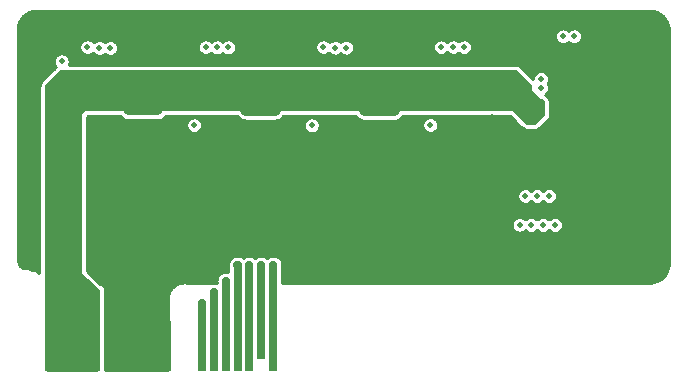
<source format=gbr>
G04 #@! TF.GenerationSoftware,KiCad,Pcbnew,(5.1.8)-1*
G04 #@! TF.CreationDate,2021-09-21T14:18:05+08:00*
G04 #@! TF.ProjectId,PowerSupply,506f7765-7253-4757-9070-6c792e6b6963,rev?*
G04 #@! TF.SameCoordinates,PX5e56640PY77750e0*
G04 #@! TF.FileFunction,Copper,L1,Top*
G04 #@! TF.FilePolarity,Positive*
%FSLAX46Y46*%
G04 Gerber Fmt 4.6, Leading zero omitted, Abs format (unit mm)*
G04 Created by KiCad (PCBNEW (5.1.8)-1) date 2021-09-21 14:18:05*
%MOMM*%
%LPD*%
G01*
G04 APERTURE LIST*
G04 #@! TA.AperFunction,ConnectorPad*
%ADD10R,0.700000X4.300000*%
G04 #@! TD*
G04 #@! TA.AperFunction,ConnectorPad*
%ADD11R,0.700000X3.200000*%
G04 #@! TD*
G04 #@! TA.AperFunction,ViaPad*
%ADD12C,0.500000*%
G04 #@! TD*
G04 #@! TA.AperFunction,Conductor*
%ADD13C,0.700000*%
G04 #@! TD*
G04 #@! TA.AperFunction,Conductor*
%ADD14C,1.000000*%
G04 #@! TD*
G04 #@! TA.AperFunction,Conductor*
%ADD15C,0.254000*%
G04 #@! TD*
G04 #@! TA.AperFunction,Conductor*
%ADD16C,0.100000*%
G04 #@! TD*
G04 APERTURE END LIST*
D10*
G04 #@! TO.P,PCI1,B13*
G04 #@! TO.N,REG_EN1*
X27050000Y5050000D03*
G04 #@! TO.P,PCI1,B12*
G04 #@! TO.N,REG_EN2*
X26050000Y5050000D03*
G04 #@! TO.P,PCI1,B18*
G04 #@! TO.N,BAT_CHG*
X32050000Y5050000D03*
D11*
G04 #@! TO.P,PCI1,B17*
G04 #@! TO.N,BAT_PG*
X31050000Y5600000D03*
D10*
G04 #@! TO.P,PCI1,B16*
G04 #@! TO.N,BAT_ISET*
X30050000Y5050000D03*
G04 #@! TO.P,PCI1,B15*
G04 #@! TO.N,REG_POWER*
X29050000Y5050000D03*
G04 #@! TO.P,PCI1,B14*
G04 #@! TO.N,REG_CHG*
X28050000Y5050000D03*
G04 #@! TO.P,PCI1,B11*
G04 #@! TO.N,GND*
X23050000Y5050000D03*
G04 #@! TO.P,PCI1,B10*
X22050000Y5050000D03*
G04 #@! TO.P,PCI1,B9*
X21050000Y5050000D03*
G04 #@! TO.P,PCI1,B8*
X20050000Y5050000D03*
G04 #@! TO.P,PCI1,B7*
X19050000Y5050000D03*
G04 #@! TO.P,PCI1,B6*
X18050000Y5050000D03*
G04 #@! TO.P,PCI1,B5*
G04 #@! TO.N,+5V*
X17050000Y5050000D03*
G04 #@! TO.P,PCI1,B4*
X16050000Y5050000D03*
G04 #@! TO.P,PCI1,B3*
X15050000Y5050000D03*
G04 #@! TO.P,PCI1,B2*
X14050000Y5050000D03*
G04 #@! TO.P,PCI1,B1*
X13050000Y5050000D03*
G04 #@! TD*
D12*
G04 #@! TO.N,GND*
X57060000Y29060000D03*
X57740000Y27470000D03*
X57065000Y27470000D03*
X56390001Y27480000D03*
X12160000Y33320000D03*
X13160000Y33320000D03*
X14160000Y33320000D03*
X15160000Y33320000D03*
X16160000Y33320000D03*
X17160000Y33320000D03*
X18160000Y33320000D03*
X19160000Y33320000D03*
X20160000Y33320000D03*
X21160000Y33320000D03*
X22160000Y33320000D03*
X23160000Y33320000D03*
X24160000Y33320000D03*
X25160000Y33320000D03*
X26160000Y33320000D03*
X27160000Y33320000D03*
X28160000Y33320000D03*
X29160000Y33320000D03*
X30160000Y33320000D03*
X31160000Y33320000D03*
X32160000Y33320000D03*
X33160000Y33320000D03*
X34160000Y33320000D03*
X35160000Y33320000D03*
X36160000Y33320000D03*
X37160000Y33320000D03*
X38160000Y33320000D03*
X39160000Y33320000D03*
X40160000Y33320000D03*
X41160000Y33320000D03*
X42160000Y33320000D03*
X43160000Y33320000D03*
X44160000Y33320000D03*
X45160000Y33320000D03*
X46160000Y33320000D03*
X47160000Y33320000D03*
X48160000Y33320000D03*
X49160000Y33320000D03*
X50160000Y33320000D03*
X51160000Y33320000D03*
X52160000Y33320000D03*
X53160000Y33320000D03*
X54160000Y33320000D03*
X55160000Y33320000D03*
X56160000Y33320000D03*
X57160000Y33320000D03*
X58160000Y33320000D03*
X59160000Y33320000D03*
X60160000Y33320000D03*
X61160000Y33320000D03*
X12290000Y32130000D03*
X13160000Y32320000D03*
X14160000Y32320000D03*
X15160000Y32320000D03*
X16160000Y32320000D03*
X17160000Y32320000D03*
X18160000Y32320000D03*
X19160000Y32320000D03*
X20160000Y32320000D03*
X21160000Y32320000D03*
X22160000Y32320000D03*
X23160000Y32320000D03*
X24160000Y32320000D03*
X25160000Y32320000D03*
X26160000Y32320000D03*
X27160000Y32320000D03*
X28160000Y32320000D03*
X29160000Y32320000D03*
X30160000Y32320000D03*
X31160000Y32320000D03*
X32160000Y32320000D03*
X33160000Y32320000D03*
X34160000Y32320000D03*
X35160000Y32320000D03*
X36160000Y32320000D03*
X37160000Y32320000D03*
X38160000Y32320000D03*
X39160000Y32320000D03*
X40160000Y32320000D03*
X41160000Y32320000D03*
X42160000Y32320000D03*
X43160000Y32320000D03*
X44160000Y32320000D03*
X45160000Y32320000D03*
X46160000Y32320000D03*
X47160000Y32320000D03*
X48160000Y32320000D03*
X49160000Y32320000D03*
X50160000Y32320000D03*
X51160000Y32320000D03*
X52160000Y32320000D03*
X53160000Y32320000D03*
X54160000Y32320000D03*
X55160000Y32320000D03*
X56160000Y32320000D03*
X57160000Y32320000D03*
X58160000Y32320000D03*
X59160000Y32320000D03*
X60160000Y32320000D03*
X61160000Y32320000D03*
X62160000Y32320000D03*
X62160000Y33320000D03*
X63160000Y32320000D03*
X63160000Y33320000D03*
X63860000Y32050000D03*
X64160000Y33320000D03*
X11300000Y33020000D03*
X10670000Y31600000D03*
X11780000Y31470000D03*
X10690000Y30590000D03*
X11690000Y30590000D03*
X10690000Y28590000D03*
X11690000Y28590000D03*
X10690000Y27590000D03*
X11690000Y27590000D03*
X10690000Y26590000D03*
X11690000Y26590000D03*
X10690000Y25590000D03*
X11690000Y25590000D03*
X10690000Y24590000D03*
X11690000Y24590000D03*
X10690000Y23590000D03*
X11690000Y23590000D03*
X10690000Y22590000D03*
X11690000Y22590000D03*
X10690000Y21590000D03*
X11690000Y21590000D03*
X10690000Y20590000D03*
X11690000Y20590000D03*
X10690000Y19590000D03*
X11690000Y19590000D03*
X10690000Y18590000D03*
X11690000Y18590000D03*
X10690000Y17590000D03*
X11690000Y17590000D03*
X10690000Y16590000D03*
X11690000Y16590000D03*
X10690000Y15590000D03*
X11690000Y15590000D03*
X10690000Y14590000D03*
X11690000Y14590000D03*
X10690000Y13590000D03*
X11690000Y13590000D03*
X10690000Y12590000D03*
X11690000Y12590000D03*
X11690000Y11590000D03*
X41690000Y11590000D03*
X42690000Y11590000D03*
X43690000Y11590000D03*
X44690000Y11590000D03*
X45690000Y11590000D03*
X46690000Y11590000D03*
X47690000Y11590000D03*
X48690000Y11590000D03*
X49690000Y11590000D03*
X50690000Y11590000D03*
X51690000Y11590000D03*
X52690000Y11590000D03*
X53690000Y11590000D03*
X54690000Y11590000D03*
X55690000Y11590000D03*
X56690000Y11590000D03*
X57690000Y11590000D03*
X58690000Y11590000D03*
X59690000Y11590000D03*
X60690000Y11590000D03*
X61690000Y11590000D03*
X62690000Y11590000D03*
X63600000Y11860000D03*
X33690000Y10590000D03*
X34690000Y10590000D03*
X35690000Y10590000D03*
X36690000Y10590000D03*
X37690000Y10590000D03*
X38690000Y10590000D03*
X39690000Y10590000D03*
X40690000Y10590000D03*
X41690000Y10590000D03*
X42690000Y10590000D03*
X43690000Y10590000D03*
X44690000Y10590000D03*
X45690000Y10590000D03*
X46690000Y10590000D03*
X47690000Y10590000D03*
X48690000Y10590000D03*
X49690000Y10590000D03*
X50690000Y10590000D03*
X51690000Y10590000D03*
X52690000Y10590000D03*
X53690000Y10590000D03*
X54690000Y10590000D03*
X55690000Y10590000D03*
X56690000Y10590000D03*
X57690000Y10590000D03*
X58690000Y10590000D03*
X59690000Y10590000D03*
X60690000Y10590000D03*
X61690000Y10590000D03*
X62690000Y10590000D03*
X63690000Y10590000D03*
X64870000Y32980000D03*
X64290000Y31450000D03*
X65380000Y31520000D03*
X64390000Y30490000D03*
X65380000Y30500000D03*
X64390000Y28490000D03*
X65390000Y28490000D03*
X64390000Y27490000D03*
X65390000Y27490000D03*
X64390000Y26490000D03*
X65390000Y26490000D03*
X64390000Y25490000D03*
X65390000Y25490000D03*
X64390000Y24490000D03*
X65390000Y24490000D03*
X64390000Y23490000D03*
X65390000Y23490000D03*
X64390000Y22490000D03*
X65390000Y22490000D03*
X64390000Y21490000D03*
X65390000Y21490000D03*
X64390000Y20490000D03*
X65390000Y20490000D03*
X64390000Y19490000D03*
X65390000Y19490000D03*
X64390000Y18490000D03*
X65390000Y18490000D03*
X64390000Y17490000D03*
X65390000Y17490000D03*
X64390000Y16490000D03*
X65390000Y16490000D03*
X64390000Y15490000D03*
X65390000Y15490000D03*
X64390000Y14490000D03*
X65390000Y14490000D03*
X64390000Y13490000D03*
X65390000Y13490000D03*
X64210000Y12480000D03*
X65390000Y12550000D03*
X65320000Y11760000D03*
X64440000Y10700000D03*
X57075000Y26693334D03*
X57750000Y26693334D03*
X56400000Y26703334D03*
X57065000Y25916668D03*
X56390001Y25926668D03*
X57740000Y25916668D03*
X56390000Y25150000D03*
X57065000Y25140000D03*
X57740000Y25140000D03*
X57019999Y18505001D03*
X57570000Y18505000D03*
X56470000Y18505001D03*
X57029999Y17805001D03*
X56480000Y17805001D03*
X57580000Y17805000D03*
X11690000Y29590000D03*
X10690000Y29590000D03*
X65390000Y29490000D03*
X64390000Y29490000D03*
X57429999Y14305001D03*
X57970000Y15005000D03*
X56870000Y15005001D03*
X56880000Y14305001D03*
X57980000Y14305000D03*
X57419999Y15005001D03*
X57970000Y13605000D03*
X57419999Y13605001D03*
X56880000Y12905001D03*
X57980000Y12905000D03*
X56870000Y13605001D03*
X57429999Y12905001D03*
X58680000Y12905001D03*
X59219999Y13605001D03*
X59770000Y13605000D03*
X59780000Y12905000D03*
X58670000Y13605001D03*
X59229999Y12905001D03*
X59219999Y15005001D03*
X59780000Y14305000D03*
X59229999Y14305001D03*
X58670000Y15005001D03*
X59770000Y15005000D03*
X58680000Y14305001D03*
X21660000Y32820000D03*
X36660000Y32820000D03*
X52660000Y32820000D03*
X53660000Y32820000D03*
X54660000Y32820000D03*
X59660000Y32820000D03*
X43660000Y32820000D03*
X44660000Y32820000D03*
X48660000Y32820000D03*
X19660000Y32820000D03*
X51660000Y32820000D03*
X28660000Y32820000D03*
X56660000Y32820000D03*
X22660000Y32820000D03*
X37660000Y32820000D03*
X27660000Y32820000D03*
X55660000Y32820000D03*
X39660000Y32820000D03*
X46660000Y32820000D03*
X50660000Y32820000D03*
X31660000Y32820000D03*
X20660000Y32820000D03*
X23660000Y32820000D03*
X34660000Y32820000D03*
X32660000Y32820000D03*
X29660000Y32820000D03*
X57660000Y32820000D03*
X61660000Y32820000D03*
X45660000Y32820000D03*
X49660000Y32820000D03*
X41660000Y32820000D03*
X18660000Y32820000D03*
X60660000Y32820000D03*
X30660000Y32820000D03*
X42660000Y32820000D03*
X24660000Y32820000D03*
X58660000Y32820000D03*
X40660000Y32820000D03*
X33660000Y32820000D03*
X25660000Y32820000D03*
X35660000Y32820000D03*
X26660000Y32820000D03*
X38660000Y32820000D03*
X47660000Y32820000D03*
X62660000Y32820000D03*
X63660000Y32820000D03*
X64370000Y32530000D03*
X12590000Y32770000D03*
X13660000Y32820000D03*
X14660000Y32820000D03*
X15660000Y32820000D03*
X16660000Y32820000D03*
X17660000Y32820000D03*
X64770000Y31920000D03*
X64890000Y31060000D03*
X64900000Y29990000D03*
X64890000Y17980000D03*
X64890000Y13980000D03*
X64100000Y11360000D03*
X64890000Y27980000D03*
X64890000Y21980000D03*
X64890000Y25980000D03*
X64890000Y20980000D03*
X64890000Y15980000D03*
X64820000Y12910000D03*
X64890000Y14980000D03*
X64890000Y24980000D03*
X64890000Y23980000D03*
X64890000Y19980000D03*
X64890000Y16980000D03*
X64890000Y22980000D03*
X64890000Y18980000D03*
X64890000Y26980000D03*
X64890000Y28980000D03*
X10850000Y32400000D03*
X11190000Y27110000D03*
X11190000Y20110000D03*
X11190000Y29110000D03*
X11190000Y19110000D03*
X11190000Y31110000D03*
X11190000Y28110000D03*
X11190000Y26110000D03*
X11190000Y24110000D03*
X11190000Y23110000D03*
X11190000Y22110000D03*
X11190000Y21110000D03*
X11190000Y25110000D03*
X11190000Y15110000D03*
X11190000Y13110000D03*
X11190000Y14110000D03*
X11190000Y17110000D03*
X11190000Y18110000D03*
X11190000Y16110000D03*
X11190000Y30110000D03*
X11190000Y12090000D03*
X47210000Y11080000D03*
X54210000Y11080000D03*
X41210000Y11080000D03*
X43210000Y11080000D03*
X62210000Y11080000D03*
X55210000Y11080000D03*
X48210000Y11080000D03*
X61210000Y11080000D03*
X49210000Y11080000D03*
X51210000Y11080000D03*
X58210000Y11080000D03*
X57210000Y11080000D03*
X56210000Y11080000D03*
X50210000Y11080000D03*
X42210000Y11080000D03*
X44210000Y11080000D03*
X45210000Y11080000D03*
X46210000Y11080000D03*
X60210000Y11080000D03*
X53210000Y11080000D03*
X59210000Y11080000D03*
X63210000Y11080000D03*
X52210000Y11080000D03*
X11800000Y32570000D03*
X11360000Y31990000D03*
X65310000Y32360000D03*
X64650000Y11940000D03*
X64980000Y11120000D03*
X57019999Y19895001D03*
X56480000Y19195001D03*
X56470000Y19895001D03*
X57570000Y19895000D03*
X57580000Y19195000D03*
X57029999Y19195001D03*
X55279999Y19895001D03*
X54740000Y19195001D03*
X55840000Y19195000D03*
X55830000Y19895000D03*
X54730000Y19895001D03*
X55289999Y19195001D03*
X53590000Y19195001D03*
X54139999Y19195001D03*
X53580000Y19895001D03*
X54129999Y19895001D03*
X17140000Y23810000D03*
X16520000Y23810000D03*
X17750000Y23810000D03*
X18380000Y23810000D03*
X26480000Y23800000D03*
X27710000Y23800000D03*
X27100000Y23800000D03*
X28340000Y23800000D03*
X36430000Y23810000D03*
X37660000Y23810000D03*
X38290000Y23810000D03*
X37050000Y23810000D03*
X46450000Y23820000D03*
X48310000Y23820000D03*
X47680000Y23820000D03*
X47070000Y23820000D03*
X50620000Y24510000D03*
X51010000Y24130000D03*
X36430000Y24410000D03*
X26480000Y24410000D03*
X46450000Y24380000D03*
X16520000Y24390000D03*
X43650000Y29550000D03*
X43120000Y29550000D03*
X20490000Y30430000D03*
X21090000Y30430000D03*
X19890000Y30430000D03*
X31110000Y30430000D03*
X29910000Y30430000D03*
X30510000Y30430000D03*
X40440000Y30430000D03*
X41040000Y30430000D03*
X39840000Y30430000D03*
X51050000Y30430000D03*
X50450000Y30430000D03*
X49850000Y30430000D03*
X44180000Y29550000D03*
X33630000Y29550000D03*
X33100000Y29550000D03*
X34160000Y29550000D03*
X23610000Y29550000D03*
X23080000Y29550000D03*
X24140000Y29550000D03*
X51440000Y23790000D03*
G04 #@! TO.N,+3V3*
X46290000Y30380000D03*
X45380000Y23780000D03*
G04 #@! TO.N,+5V*
X17360000Y30320000D03*
X18280000Y30320000D03*
X54260000Y25280000D03*
X54750000Y25500000D03*
X53190000Y27390000D03*
X52090000Y27390000D03*
X52640000Y27390000D03*
X53190000Y26880000D03*
X52090000Y26880000D03*
X53190000Y26303334D03*
X28260000Y30360000D03*
X27340000Y30360000D03*
X38250000Y30350000D03*
X37330000Y30350000D03*
X47320000Y30380000D03*
X48240000Y30380000D03*
X20470000Y25720000D03*
X52650000Y26880000D03*
X53190000Y25790000D03*
X53190000Y25280000D03*
X53730000Y25280000D03*
X53620000Y24720000D03*
X54150000Y24720000D03*
X54150000Y24120000D03*
X53640000Y24120000D03*
X21070000Y25720000D03*
X21670000Y25720000D03*
X22270000Y25720000D03*
X20470000Y25120000D03*
X21070000Y25120000D03*
X21670000Y25120000D03*
X22270000Y25120000D03*
X30390000Y25700000D03*
X30390000Y25100000D03*
X30990000Y25700000D03*
X31590000Y25700000D03*
X32190000Y25100000D03*
X32190000Y25700000D03*
X31590000Y25100000D03*
X30990000Y25100000D03*
X40460000Y25100000D03*
X42260000Y25700000D03*
X41060000Y25100000D03*
X41660000Y25700000D03*
X41060000Y25700000D03*
X41660000Y25100000D03*
X42260000Y25100000D03*
X40460000Y25700000D03*
X39870000Y25700000D03*
X29780000Y25700000D03*
X19850000Y25730000D03*
X20190000Y26630000D03*
X30070000Y26610000D03*
X40180000Y26650000D03*
G04 #@! TO.N,+1V2*
X16340000Y30380000D03*
X14160000Y29190000D03*
G04 #@! TO.N,+1V5*
X26350000Y30380000D03*
X25385000Y23775000D03*
G04 #@! TO.N,+2V5*
X36320000Y30380000D03*
X35335000Y23755000D03*
G04 #@! TO.N,Net-(C3-Pad1)*
X56600000Y31300000D03*
X54750000Y27700000D03*
G04 #@! TO.N,Net-(R34-Pad2)*
X54740000Y26940000D03*
X57560000Y31300000D03*
G04 #@! TO.N,REG_EN2*
X26050000Y8690000D03*
X52925000Y15350000D03*
G04 #@! TO.N,REG_EN1*
X27050000Y9630000D03*
X53420000Y17785000D03*
G04 #@! TO.N,REG_CHG*
X28043332Y10610000D03*
X53920000Y15345000D03*
G04 #@! TO.N,REG_POWER*
X29044998Y11945000D03*
X54420000Y17785000D03*
G04 #@! TO.N,BAT_ISET*
X30046664Y11945000D03*
X54920000Y15345000D03*
G04 #@! TO.N,BAT_PG*
X31048330Y11945000D03*
X55420000Y17785000D03*
G04 #@! TO.N,BAT_CHG*
X32060000Y11945000D03*
X55920000Y15345000D03*
G04 #@! TD*
D13*
G04 #@! TO.N,GND*
X23050000Y5050000D02*
X18050000Y5050000D01*
X23050000Y3250000D02*
X18050000Y3250000D01*
X16950000Y11160000D02*
X20485534Y7624466D01*
G04 #@! TO.N,+5V*
X17050000Y5050000D02*
X13050000Y5050000D01*
X17050000Y3250000D02*
X13050000Y3250000D01*
X53620000Y24150000D02*
X53620000Y25220000D01*
X54180000Y25220000D02*
X54180000Y24150000D01*
X54180000Y24150000D02*
X53620000Y24150000D01*
X53620000Y25220000D02*
X54180000Y25220000D01*
X54730000Y24700000D02*
X54180000Y24150000D01*
X54730000Y25460000D02*
X54730000Y24700000D01*
X54730000Y25460000D02*
X54730000Y25660000D01*
X53620000Y24510000D02*
X53620000Y24150000D01*
D14*
X22230000Y25120000D02*
X22230000Y26720000D01*
X21430000Y25120000D02*
X21430000Y26720000D01*
X20630000Y26720000D02*
X20630000Y25120000D01*
X19830000Y25120000D02*
X19830000Y26720000D01*
X19830000Y25120000D02*
X22230000Y25120000D01*
X22230000Y26720000D02*
X19830000Y26720000D01*
X29790000Y25100000D02*
X32190000Y25100000D01*
X32190000Y25100000D02*
X32190000Y26700000D01*
X32190000Y26700000D02*
X29790000Y26700000D01*
X29790000Y26700000D02*
X29790000Y25100000D01*
X29790000Y25900000D02*
X32190000Y25900000D01*
X39860000Y25070000D02*
X39860000Y26670000D01*
X39860000Y26670000D02*
X42260000Y26670000D01*
X42260000Y26670000D02*
X42260000Y25070000D01*
X42260000Y25070000D02*
X39860000Y25070000D01*
X40660000Y25070000D02*
X40660000Y25870000D01*
X41460000Y25870000D02*
X40660000Y25870000D01*
D13*
X54720000Y25460000D02*
X52090000Y28090000D01*
X54730000Y25460000D02*
X54720000Y25460000D01*
X52540000Y28090000D02*
X53190000Y27440000D01*
X52090000Y28090000D02*
X52540000Y28090000D01*
X52540000Y26290000D02*
X53190000Y25640000D01*
X52090000Y26290000D02*
X52540000Y26290000D01*
X52090000Y26290000D02*
X52090000Y28090000D01*
X52090000Y25680000D02*
X53620000Y24150000D01*
X52090000Y26290000D02*
X52090000Y25680000D01*
X52640000Y27790000D02*
X52640000Y25990000D01*
X53190000Y24580000D02*
X53620000Y24150000D01*
X53190000Y27440000D02*
X53190000Y24580000D01*
X52740000Y25640000D02*
X52090000Y26290000D01*
X53190000Y25640000D02*
X52740000Y25640000D01*
X53620000Y27010000D02*
X53190000Y27440000D01*
X53620000Y24150000D02*
X53620000Y27010000D01*
X54180000Y25250000D02*
X53190000Y26240000D01*
X54180000Y24150000D02*
X54180000Y25250000D01*
X13550000Y7310000D02*
X13550000Y3310000D01*
X14560000Y7310000D02*
X14560000Y3310000D01*
X15650000Y7240000D02*
X15650000Y3240000D01*
X16530000Y7340000D02*
X16530000Y3340000D01*
X16620000Y9820000D02*
X16620000Y5140000D01*
X17050000Y9640000D02*
X15670000Y11020000D01*
X17050000Y5050000D02*
X17050000Y9640000D01*
X16070000Y10190000D02*
X16070000Y5510000D01*
X52070000Y26350000D02*
X52070000Y25690000D01*
X15560000Y5560000D02*
X15050000Y5050000D01*
X15560000Y24810000D02*
X15560000Y5560000D01*
X16080000Y25330000D02*
X15560000Y24810000D01*
X52880000Y25330000D02*
X16080000Y25330000D01*
X53190000Y25640000D02*
X52880000Y25330000D01*
X13660000Y4850000D02*
X13660000Y27280000D01*
X14180000Y4940000D02*
X14180000Y27370000D01*
X14590000Y4890000D02*
X14590000Y27320000D01*
X15050000Y4970000D02*
X15050000Y27400000D01*
X13420000Y27140000D02*
X52220000Y27140000D01*
X13490000Y26630000D02*
X52290000Y26630000D01*
X13560000Y26300000D02*
X52360000Y26300000D01*
X13510000Y25770000D02*
X52310000Y25770000D01*
X15780000Y25640000D02*
X15260000Y25120000D01*
X13900000Y27660000D02*
X52480000Y27660000D01*
X13880000Y27680000D02*
X13900000Y27660000D01*
X52500000Y28130000D02*
X53190000Y27440000D01*
X14180000Y28130000D02*
X52500000Y28130000D01*
X13050000Y27000000D02*
X14180000Y28130000D01*
X13050000Y5050000D02*
X13050000Y27000000D01*
G04 #@! TO.N,REG_EN2*
X26050000Y5050000D02*
X26050000Y8690000D01*
G04 #@! TO.N,REG_EN1*
X27050000Y7561666D02*
X27050000Y9630000D01*
X27050000Y5050000D02*
X27050000Y7561666D01*
G04 #@! TO.N,REG_CHG*
X28050000Y10603332D02*
X28043332Y10610000D01*
X28050000Y5050000D02*
X28050000Y10603332D01*
G04 #@! TO.N,REG_POWER*
X29050000Y5050000D02*
X29050000Y7564998D01*
X29050000Y11939998D02*
X29044998Y11945000D01*
X29050000Y7564998D02*
X29050000Y11939998D01*
G04 #@! TO.N,BAT_ISET*
X30050000Y5050000D02*
X30050000Y7566664D01*
X30050000Y11941664D02*
X30046664Y11945000D01*
X30050000Y7566664D02*
X30050000Y11941664D01*
G04 #@! TO.N,BAT_PG*
X31050000Y5600000D02*
X31050000Y7568330D01*
X31050000Y11943330D02*
X31048330Y11945000D01*
X31050000Y7568330D02*
X31050000Y11943330D01*
G04 #@! TO.N,BAT_CHG*
X32050000Y11935000D02*
X32060000Y11945000D01*
X32050000Y5050000D02*
X32050000Y11935000D01*
G04 #@! TD*
D15*
G04 #@! TO.N,GND*
X64300374Y33457004D02*
X64589309Y33369770D01*
X64855796Y33228076D01*
X65089685Y33037321D01*
X65282070Y32804767D01*
X65425622Y32539275D01*
X65514871Y32250958D01*
X65548624Y31929813D01*
X65548001Y12022124D01*
X65516379Y11699622D01*
X65429145Y11410690D01*
X65287452Y11144204D01*
X65096697Y10910315D01*
X64864143Y10717930D01*
X64598650Y10574378D01*
X64310334Y10485129D01*
X63989185Y10451376D01*
X32853177Y10451997D01*
X32827000Y10459937D01*
X32827000Y11805312D01*
X32840758Y11944999D01*
X32825756Y12097318D01*
X32781327Y12243782D01*
X32709177Y12378766D01*
X32612079Y12497079D01*
X32493766Y12594177D01*
X32358782Y12666327D01*
X32212318Y12710756D01*
X32059999Y12725758D01*
X31907682Y12710756D01*
X31761217Y12666327D01*
X31626234Y12594177D01*
X31554165Y12535031D01*
X31482096Y12594177D01*
X31347113Y12666327D01*
X31200648Y12710756D01*
X31048330Y12725759D01*
X30896012Y12710756D01*
X30749547Y12666327D01*
X30614564Y12594177D01*
X30547497Y12539136D01*
X30480430Y12594177D01*
X30345447Y12666327D01*
X30198982Y12710756D01*
X30046664Y12725759D01*
X29894346Y12710756D01*
X29747881Y12666327D01*
X29612898Y12594177D01*
X29545831Y12539136D01*
X29478764Y12594177D01*
X29343781Y12666327D01*
X29197316Y12710756D01*
X29044998Y12725759D01*
X28892680Y12710756D01*
X28746215Y12666327D01*
X28611232Y12594177D01*
X28492919Y12497079D01*
X28395821Y12378766D01*
X28323671Y12243783D01*
X28279242Y12097318D01*
X28264239Y11945000D01*
X28273001Y11856044D01*
X28273001Y11352292D01*
X28195650Y11375756D01*
X28043332Y11390759D01*
X27891014Y11375756D01*
X27744549Y11331327D01*
X27609566Y11259177D01*
X27491253Y11162079D01*
X27394155Y11043766D01*
X27322005Y10908783D01*
X27277576Y10762318D01*
X27262573Y10610000D01*
X27273001Y10504130D01*
X27273001Y10409257D01*
X27063054Y10409473D01*
X27050000Y10410759D01*
X27037216Y10409500D01*
X24961656Y10411638D01*
X24862688Y10440766D01*
X24820198Y10448871D01*
X24777872Y10457560D01*
X24771244Y10458210D01*
X24586600Y10475014D01*
X24543368Y10474712D01*
X24500135Y10475014D01*
X24493507Y10474364D01*
X24309114Y10454983D01*
X24266754Y10446288D01*
X24224301Y10438190D01*
X24217933Y10436267D01*
X24217921Y10436264D01*
X24217910Y10436259D01*
X24040809Y10381438D01*
X24000983Y10364697D01*
X23960868Y10348490D01*
X23954992Y10345365D01*
X23954988Y10345363D01*
X23954987Y10345362D01*
X23791894Y10257178D01*
X23756057Y10233006D01*
X23719875Y10209330D01*
X23714722Y10205126D01*
X23714715Y10205121D01*
X23714709Y10205115D01*
X23571856Y10086936D01*
X23541404Y10056271D01*
X23510505Y10026013D01*
X23506260Y10020881D01*
X23389077Y9877201D01*
X23365146Y9841183D01*
X23340727Y9805520D01*
X23337564Y9799669D01*
X23337559Y9799661D01*
X23337556Y9799653D01*
X23250516Y9635956D01*
X23234043Y9595992D01*
X23217008Y9556246D01*
X23215041Y9549892D01*
X23215039Y9549886D01*
X23215039Y9549884D01*
X23161451Y9372390D01*
X23153060Y9330011D01*
X23144065Y9287695D01*
X23143370Y9281075D01*
X23143369Y9281068D01*
X23143369Y9281061D01*
X23125277Y9096548D01*
X23125277Y9096540D01*
X23123000Y9073422D01*
X23123001Y3070833D01*
X17829066Y3028048D01*
X17829066Y3232811D01*
X17830759Y3250000D01*
X17829066Y3267189D01*
X17829066Y5032811D01*
X17830759Y5050000D01*
X17829066Y5067189D01*
X17829066Y7200000D01*
X17827000Y7220978D01*
X17827000Y9601837D01*
X17830759Y9640000D01*
X17827000Y9678166D01*
X17827000Y10240000D01*
X17824560Y10264776D01*
X17817333Y10288601D01*
X17805597Y10310557D01*
X17789803Y10329803D01*
X17770557Y10345597D01*
X17748601Y10357333D01*
X17724776Y10364560D01*
X17700000Y10367000D01*
X17421844Y10367000D01*
X16337000Y11451843D01*
X16337000Y15416679D01*
X52248000Y15416679D01*
X52248000Y15283321D01*
X52274016Y15152526D01*
X52325050Y15029320D01*
X52399140Y14918437D01*
X52493437Y14824140D01*
X52604320Y14750050D01*
X52727526Y14699016D01*
X52858321Y14673000D01*
X52991679Y14673000D01*
X53122474Y14699016D01*
X53245680Y14750050D01*
X53356563Y14824140D01*
X53420000Y14887577D01*
X53488437Y14819140D01*
X53599320Y14745050D01*
X53722526Y14694016D01*
X53853321Y14668000D01*
X53986679Y14668000D01*
X54117474Y14694016D01*
X54240680Y14745050D01*
X54351563Y14819140D01*
X54420000Y14887577D01*
X54488437Y14819140D01*
X54599320Y14745050D01*
X54722526Y14694016D01*
X54853321Y14668000D01*
X54986679Y14668000D01*
X55117474Y14694016D01*
X55240680Y14745050D01*
X55351563Y14819140D01*
X55420000Y14887577D01*
X55488437Y14819140D01*
X55599320Y14745050D01*
X55722526Y14694016D01*
X55853321Y14668000D01*
X55986679Y14668000D01*
X56117474Y14694016D01*
X56240680Y14745050D01*
X56351563Y14819140D01*
X56445860Y14913437D01*
X56519950Y15024320D01*
X56570984Y15147526D01*
X56597000Y15278321D01*
X56597000Y15411679D01*
X56570984Y15542474D01*
X56519950Y15665680D01*
X56445860Y15776563D01*
X56351563Y15870860D01*
X56240680Y15944950D01*
X56117474Y15995984D01*
X55986679Y16022000D01*
X55853321Y16022000D01*
X55722526Y15995984D01*
X55599320Y15944950D01*
X55488437Y15870860D01*
X55420000Y15802423D01*
X55351563Y15870860D01*
X55240680Y15944950D01*
X55117474Y15995984D01*
X54986679Y16022000D01*
X54853321Y16022000D01*
X54722526Y15995984D01*
X54599320Y15944950D01*
X54488437Y15870860D01*
X54420000Y15802423D01*
X54351563Y15870860D01*
X54240680Y15944950D01*
X54117474Y15995984D01*
X53986679Y16022000D01*
X53853321Y16022000D01*
X53722526Y15995984D01*
X53599320Y15944950D01*
X53488437Y15870860D01*
X53425000Y15807423D01*
X53356563Y15875860D01*
X53245680Y15949950D01*
X53122474Y16000984D01*
X52991679Y16027000D01*
X52858321Y16027000D01*
X52727526Y16000984D01*
X52604320Y15949950D01*
X52493437Y15875860D01*
X52399140Y15781563D01*
X52325050Y15670680D01*
X52274016Y15547474D01*
X52248000Y15416679D01*
X16337000Y15416679D01*
X16337000Y17851679D01*
X52743000Y17851679D01*
X52743000Y17718321D01*
X52769016Y17587526D01*
X52820050Y17464320D01*
X52894140Y17353437D01*
X52988437Y17259140D01*
X53099320Y17185050D01*
X53222526Y17134016D01*
X53353321Y17108000D01*
X53486679Y17108000D01*
X53617474Y17134016D01*
X53740680Y17185050D01*
X53851563Y17259140D01*
X53920000Y17327577D01*
X53988437Y17259140D01*
X54099320Y17185050D01*
X54222526Y17134016D01*
X54353321Y17108000D01*
X54486679Y17108000D01*
X54617474Y17134016D01*
X54740680Y17185050D01*
X54851563Y17259140D01*
X54920000Y17327577D01*
X54988437Y17259140D01*
X55099320Y17185050D01*
X55222526Y17134016D01*
X55353321Y17108000D01*
X55486679Y17108000D01*
X55617474Y17134016D01*
X55740680Y17185050D01*
X55851563Y17259140D01*
X55945860Y17353437D01*
X56019950Y17464320D01*
X56070984Y17587526D01*
X56097000Y17718321D01*
X56097000Y17851679D01*
X56070984Y17982474D01*
X56019950Y18105680D01*
X55945860Y18216563D01*
X55851563Y18310860D01*
X55740680Y18384950D01*
X55617474Y18435984D01*
X55486679Y18462000D01*
X55353321Y18462000D01*
X55222526Y18435984D01*
X55099320Y18384950D01*
X54988437Y18310860D01*
X54920000Y18242423D01*
X54851563Y18310860D01*
X54740680Y18384950D01*
X54617474Y18435984D01*
X54486679Y18462000D01*
X54353321Y18462000D01*
X54222526Y18435984D01*
X54099320Y18384950D01*
X53988437Y18310860D01*
X53920000Y18242423D01*
X53851563Y18310860D01*
X53740680Y18384950D01*
X53617474Y18435984D01*
X53486679Y18462000D01*
X53353321Y18462000D01*
X53222526Y18435984D01*
X53099320Y18384950D01*
X52988437Y18310860D01*
X52894140Y18216563D01*
X52820050Y18105680D01*
X52769016Y17982474D01*
X52743000Y17851679D01*
X16337000Y17851679D01*
X16337000Y23841679D01*
X24708000Y23841679D01*
X24708000Y23708321D01*
X24734016Y23577526D01*
X24785050Y23454320D01*
X24859140Y23343437D01*
X24953437Y23249140D01*
X25064320Y23175050D01*
X25187526Y23124016D01*
X25318321Y23098000D01*
X25451679Y23098000D01*
X25582474Y23124016D01*
X25705680Y23175050D01*
X25816563Y23249140D01*
X25910860Y23343437D01*
X25984950Y23454320D01*
X26035984Y23577526D01*
X26062000Y23708321D01*
X26062000Y23821679D01*
X34658000Y23821679D01*
X34658000Y23688321D01*
X34684016Y23557526D01*
X34735050Y23434320D01*
X34809140Y23323437D01*
X34903437Y23229140D01*
X35014320Y23155050D01*
X35137526Y23104016D01*
X35268321Y23078000D01*
X35401679Y23078000D01*
X35532474Y23104016D01*
X35655680Y23155050D01*
X35766563Y23229140D01*
X35860860Y23323437D01*
X35934950Y23434320D01*
X35985984Y23557526D01*
X36012000Y23688321D01*
X36012000Y23821679D01*
X36007028Y23846679D01*
X44703000Y23846679D01*
X44703000Y23713321D01*
X44729016Y23582526D01*
X44780050Y23459320D01*
X44854140Y23348437D01*
X44948437Y23254140D01*
X45059320Y23180050D01*
X45182526Y23129016D01*
X45313321Y23103000D01*
X45446679Y23103000D01*
X45577474Y23129016D01*
X45700680Y23180050D01*
X45811563Y23254140D01*
X45905860Y23348437D01*
X45979950Y23459320D01*
X46030984Y23582526D01*
X46057000Y23713321D01*
X46057000Y23846679D01*
X46030984Y23977474D01*
X45979950Y24100680D01*
X45905860Y24211563D01*
X45811563Y24305860D01*
X45700680Y24379950D01*
X45577474Y24430984D01*
X45446679Y24457000D01*
X45313321Y24457000D01*
X45182526Y24430984D01*
X45059320Y24379950D01*
X44948437Y24305860D01*
X44854140Y24211563D01*
X44780050Y24100680D01*
X44729016Y23977474D01*
X44703000Y23846679D01*
X36007028Y23846679D01*
X35985984Y23952474D01*
X35934950Y24075680D01*
X35860860Y24186563D01*
X35766563Y24280860D01*
X35655680Y24354950D01*
X35532474Y24405984D01*
X35401679Y24432000D01*
X35268321Y24432000D01*
X35137526Y24405984D01*
X35014320Y24354950D01*
X34903437Y24280860D01*
X34809140Y24186563D01*
X34735050Y24075680D01*
X34684016Y23952474D01*
X34658000Y23821679D01*
X26062000Y23821679D01*
X26062000Y23841679D01*
X26035984Y23972474D01*
X25984950Y24095680D01*
X25910860Y24206563D01*
X25816563Y24300860D01*
X25705680Y24374950D01*
X25582474Y24425984D01*
X25451679Y24452000D01*
X25318321Y24452000D01*
X25187526Y24425984D01*
X25064320Y24374950D01*
X24953437Y24300860D01*
X24859140Y24206563D01*
X24785050Y24095680D01*
X24734016Y23972474D01*
X24708000Y23841679D01*
X16337000Y23841679D01*
X16337000Y24488157D01*
X16401843Y24553000D01*
X19096118Y24553000D01*
X19171341Y24461341D01*
X19312495Y24345499D01*
X19473536Y24259420D01*
X19648276Y24206413D01*
X19772888Y24194140D01*
X19830000Y24188515D01*
X19875537Y24193000D01*
X20584463Y24193000D01*
X20630000Y24188515D01*
X20675538Y24193000D01*
X21384462Y24193000D01*
X21430000Y24188515D01*
X21475537Y24193000D01*
X22184462Y24193000D01*
X22230000Y24188515D01*
X22275537Y24193000D01*
X22275538Y24193000D01*
X22411724Y24206413D01*
X22586464Y24259420D01*
X22747505Y24345499D01*
X22888659Y24461341D01*
X22963882Y24553000D01*
X29039705Y24553000D01*
X29131341Y24441341D01*
X29272495Y24325499D01*
X29433536Y24239420D01*
X29608276Y24186413D01*
X29744462Y24173000D01*
X29744463Y24173000D01*
X29790000Y24168515D01*
X29835538Y24173000D01*
X32144462Y24173000D01*
X32190000Y24168515D01*
X32235537Y24173000D01*
X32235538Y24173000D01*
X32371724Y24186413D01*
X32546464Y24239420D01*
X32707505Y24325499D01*
X32848659Y24441341D01*
X32940295Y24553000D01*
X39085229Y24553000D01*
X39085499Y24552495D01*
X39201341Y24411341D01*
X39342495Y24295499D01*
X39503536Y24209420D01*
X39678276Y24156413D01*
X39781627Y24146234D01*
X39860000Y24138515D01*
X39905537Y24143000D01*
X40614462Y24143000D01*
X40660000Y24138515D01*
X40705537Y24143000D01*
X42214463Y24143000D01*
X42260000Y24138515D01*
X42338374Y24146234D01*
X42441724Y24156413D01*
X42616464Y24209420D01*
X42777505Y24295499D01*
X42918659Y24411341D01*
X43034501Y24552495D01*
X43034771Y24553000D01*
X52118157Y24553000D01*
X52613596Y24057560D01*
X52637921Y24027920D01*
X52667561Y24003595D01*
X53043592Y23627564D01*
X53067919Y23597921D01*
X53067920Y23597920D01*
X53097564Y23573592D01*
X53097565Y23573591D01*
X53162806Y23520050D01*
X53186234Y23500823D01*
X53321216Y23428673D01*
X53467681Y23384243D01*
X53620000Y23369241D01*
X53658166Y23373000D01*
X54141834Y23373000D01*
X54180000Y23369241D01*
X54218166Y23373000D01*
X54332319Y23384243D01*
X54478784Y23428673D01*
X54613766Y23500823D01*
X54732080Y23597920D01*
X54756412Y23627569D01*
X55252435Y24123592D01*
X55282080Y24147920D01*
X55313793Y24186563D01*
X55379177Y24266233D01*
X55451327Y24401216D01*
X55465756Y24448783D01*
X55495757Y24547681D01*
X55507000Y24661834D01*
X55507000Y24661843D01*
X55510758Y24699999D01*
X55507000Y24738155D01*
X55507000Y25421835D01*
X55510759Y25460000D01*
X55507000Y25498166D01*
X55507000Y25698165D01*
X55495757Y25812318D01*
X55451327Y25958783D01*
X55379177Y26093766D01*
X55282080Y26212080D01*
X55163766Y26309177D01*
X55080825Y26353510D01*
X55171563Y26414140D01*
X55265860Y26508437D01*
X55339950Y26619320D01*
X55390984Y26742526D01*
X55417000Y26873321D01*
X55417000Y27006679D01*
X55390984Y27137474D01*
X55339950Y27260680D01*
X55305313Y27312517D01*
X55349950Y27379320D01*
X55400984Y27502526D01*
X55427000Y27633321D01*
X55427000Y27766679D01*
X55400984Y27897474D01*
X55349950Y28020680D01*
X55275860Y28131563D01*
X55181563Y28225860D01*
X55070680Y28299950D01*
X54947474Y28350984D01*
X54816679Y28377000D01*
X54683321Y28377000D01*
X54552526Y28350984D01*
X54429320Y28299950D01*
X54318437Y28225860D01*
X54224140Y28131563D01*
X54150050Y28020680D01*
X54099016Y27897474D01*
X54073000Y27766679D01*
X54073000Y27655843D01*
X53766414Y27962429D01*
X53766409Y27962435D01*
X53766408Y27962436D01*
X53742080Y27992080D01*
X53712435Y28016409D01*
X53116412Y28612431D01*
X53092080Y28642080D01*
X53070110Y28660110D01*
X53052080Y28682080D01*
X52933766Y28779177D01*
X52798784Y28851327D01*
X52652319Y28895757D01*
X52538166Y28907000D01*
X52538163Y28907000D01*
X52500000Y28910759D01*
X52461837Y28907000D01*
X14775558Y28907000D01*
X14810984Y28992526D01*
X14837000Y29123321D01*
X14837000Y29256679D01*
X14810984Y29387474D01*
X14759950Y29510680D01*
X14685860Y29621563D01*
X14591563Y29715860D01*
X14480680Y29789950D01*
X14357474Y29840984D01*
X14226679Y29867000D01*
X14093321Y29867000D01*
X13962526Y29840984D01*
X13839320Y29789950D01*
X13728437Y29715860D01*
X13634140Y29621563D01*
X13560050Y29510680D01*
X13509016Y29387474D01*
X13483000Y29256679D01*
X13483000Y29123321D01*
X13509016Y28992526D01*
X13560050Y28869320D01*
X13634140Y28758437D01*
X13673275Y28719302D01*
X13627920Y28682080D01*
X13603592Y28652436D01*
X12527565Y27576408D01*
X12497921Y27552080D01*
X12473593Y27522436D01*
X12473591Y27522434D01*
X12400823Y27433766D01*
X12328673Y27298783D01*
X12307793Y27229950D01*
X12287278Y27162319D01*
X12284244Y27152318D01*
X12269241Y27000000D01*
X12273001Y26961827D01*
X12273000Y11249569D01*
X12149449Y11350335D01*
X12115342Y11372996D01*
X12081525Y11396150D01*
X12075974Y11399152D01*
X11869074Y11509163D01*
X11831164Y11524789D01*
X11793544Y11540913D01*
X11787525Y11542776D01*
X11787515Y11542780D01*
X11787505Y11542782D01*
X11563189Y11610508D01*
X11522994Y11618467D01*
X11482928Y11626983D01*
X11476657Y11627642D01*
X11476654Y11627643D01*
X11476651Y11627643D01*
X11243440Y11650509D01*
X11054337Y11669050D01*
X10914867Y11711159D01*
X10786228Y11779558D01*
X10673326Y11871639D01*
X10580460Y11983893D01*
X10511164Y12112054D01*
X10468082Y12251228D01*
X10450668Y12416912D01*
X10451320Y30446679D01*
X15663000Y30446679D01*
X15663000Y30313321D01*
X15689016Y30182526D01*
X15740050Y30059320D01*
X15814140Y29948437D01*
X15908437Y29854140D01*
X16019320Y29780050D01*
X16142526Y29729016D01*
X16273321Y29703000D01*
X16406679Y29703000D01*
X16537474Y29729016D01*
X16660680Y29780050D01*
X16771563Y29854140D01*
X16822813Y29905390D01*
X16834140Y29888437D01*
X16928437Y29794140D01*
X17039320Y29720050D01*
X17162526Y29669016D01*
X17293321Y29643000D01*
X17426679Y29643000D01*
X17557474Y29669016D01*
X17680680Y29720050D01*
X17791563Y29794140D01*
X17820000Y29822577D01*
X17848437Y29794140D01*
X17959320Y29720050D01*
X18082526Y29669016D01*
X18213321Y29643000D01*
X18346679Y29643000D01*
X18477474Y29669016D01*
X18600680Y29720050D01*
X18711563Y29794140D01*
X18805860Y29888437D01*
X18879950Y29999320D01*
X18930984Y30122526D01*
X18957000Y30253321D01*
X18957000Y30386679D01*
X18945066Y30446679D01*
X25673000Y30446679D01*
X25673000Y30313321D01*
X25699016Y30182526D01*
X25750050Y30059320D01*
X25824140Y29948437D01*
X25918437Y29854140D01*
X26029320Y29780050D01*
X26152526Y29729016D01*
X26283321Y29703000D01*
X26416679Y29703000D01*
X26547474Y29729016D01*
X26670680Y29780050D01*
X26781563Y29854140D01*
X26835000Y29907577D01*
X26908437Y29834140D01*
X27019320Y29760050D01*
X27142526Y29709016D01*
X27273321Y29683000D01*
X27406679Y29683000D01*
X27537474Y29709016D01*
X27660680Y29760050D01*
X27771563Y29834140D01*
X27800000Y29862577D01*
X27828437Y29834140D01*
X27939320Y29760050D01*
X28062526Y29709016D01*
X28193321Y29683000D01*
X28326679Y29683000D01*
X28457474Y29709016D01*
X28580680Y29760050D01*
X28691563Y29834140D01*
X28785860Y29928437D01*
X28859950Y30039320D01*
X28910984Y30162526D01*
X28937000Y30293321D01*
X28937000Y30426679D01*
X28933022Y30446679D01*
X35643000Y30446679D01*
X35643000Y30313321D01*
X35669016Y30182526D01*
X35720050Y30059320D01*
X35794140Y29948437D01*
X35888437Y29854140D01*
X35999320Y29780050D01*
X36122526Y29729016D01*
X36253321Y29703000D01*
X36386679Y29703000D01*
X36517474Y29729016D01*
X36640680Y29780050D01*
X36751563Y29854140D01*
X36810000Y29912577D01*
X36898437Y29824140D01*
X37009320Y29750050D01*
X37132526Y29699016D01*
X37263321Y29673000D01*
X37396679Y29673000D01*
X37527474Y29699016D01*
X37650680Y29750050D01*
X37761563Y29824140D01*
X37790000Y29852577D01*
X37818437Y29824140D01*
X37929320Y29750050D01*
X38052526Y29699016D01*
X38183321Y29673000D01*
X38316679Y29673000D01*
X38447474Y29699016D01*
X38570680Y29750050D01*
X38681563Y29824140D01*
X38775860Y29918437D01*
X38849950Y30029320D01*
X38900984Y30152526D01*
X38927000Y30283321D01*
X38927000Y30416679D01*
X38921033Y30446679D01*
X45613000Y30446679D01*
X45613000Y30313321D01*
X45639016Y30182526D01*
X45690050Y30059320D01*
X45764140Y29948437D01*
X45858437Y29854140D01*
X45969320Y29780050D01*
X46092526Y29729016D01*
X46223321Y29703000D01*
X46356679Y29703000D01*
X46487474Y29729016D01*
X46610680Y29780050D01*
X46721563Y29854140D01*
X46805000Y29937577D01*
X46888437Y29854140D01*
X46999320Y29780050D01*
X47122526Y29729016D01*
X47253321Y29703000D01*
X47386679Y29703000D01*
X47517474Y29729016D01*
X47640680Y29780050D01*
X47751563Y29854140D01*
X47780000Y29882577D01*
X47808437Y29854140D01*
X47919320Y29780050D01*
X48042526Y29729016D01*
X48173321Y29703000D01*
X48306679Y29703000D01*
X48437474Y29729016D01*
X48560680Y29780050D01*
X48671563Y29854140D01*
X48765860Y29948437D01*
X48839950Y30059320D01*
X48890984Y30182526D01*
X48917000Y30313321D01*
X48917000Y30446679D01*
X48890984Y30577474D01*
X48839950Y30700680D01*
X48765860Y30811563D01*
X48671563Y30905860D01*
X48560680Y30979950D01*
X48437474Y31030984D01*
X48306679Y31057000D01*
X48173321Y31057000D01*
X48042526Y31030984D01*
X47919320Y30979950D01*
X47808437Y30905860D01*
X47780000Y30877423D01*
X47751563Y30905860D01*
X47640680Y30979950D01*
X47517474Y31030984D01*
X47386679Y31057000D01*
X47253321Y31057000D01*
X47122526Y31030984D01*
X46999320Y30979950D01*
X46888437Y30905860D01*
X46805000Y30822423D01*
X46721563Y30905860D01*
X46610680Y30979950D01*
X46487474Y31030984D01*
X46356679Y31057000D01*
X46223321Y31057000D01*
X46092526Y31030984D01*
X45969320Y30979950D01*
X45858437Y30905860D01*
X45764140Y30811563D01*
X45690050Y30700680D01*
X45639016Y30577474D01*
X45613000Y30446679D01*
X38921033Y30446679D01*
X38900984Y30547474D01*
X38849950Y30670680D01*
X38775860Y30781563D01*
X38681563Y30875860D01*
X38570680Y30949950D01*
X38447474Y31000984D01*
X38316679Y31027000D01*
X38183321Y31027000D01*
X38052526Y31000984D01*
X37929320Y30949950D01*
X37818437Y30875860D01*
X37790000Y30847423D01*
X37761563Y30875860D01*
X37650680Y30949950D01*
X37527474Y31000984D01*
X37396679Y31027000D01*
X37263321Y31027000D01*
X37132526Y31000984D01*
X37009320Y30949950D01*
X36898437Y30875860D01*
X36840000Y30817423D01*
X36751563Y30905860D01*
X36640680Y30979950D01*
X36517474Y31030984D01*
X36386679Y31057000D01*
X36253321Y31057000D01*
X36122526Y31030984D01*
X35999320Y30979950D01*
X35888437Y30905860D01*
X35794140Y30811563D01*
X35720050Y30700680D01*
X35669016Y30577474D01*
X35643000Y30446679D01*
X28933022Y30446679D01*
X28910984Y30557474D01*
X28859950Y30680680D01*
X28785860Y30791563D01*
X28691563Y30885860D01*
X28580680Y30959950D01*
X28457474Y31010984D01*
X28326679Y31037000D01*
X28193321Y31037000D01*
X28062526Y31010984D01*
X27939320Y30959950D01*
X27828437Y30885860D01*
X27800000Y30857423D01*
X27771563Y30885860D01*
X27660680Y30959950D01*
X27537474Y31010984D01*
X27406679Y31037000D01*
X27273321Y31037000D01*
X27142526Y31010984D01*
X27019320Y30959950D01*
X26908437Y30885860D01*
X26855000Y30832423D01*
X26781563Y30905860D01*
X26670680Y30979950D01*
X26547474Y31030984D01*
X26416679Y31057000D01*
X26283321Y31057000D01*
X26152526Y31030984D01*
X26029320Y30979950D01*
X25918437Y30905860D01*
X25824140Y30811563D01*
X25750050Y30700680D01*
X25699016Y30577474D01*
X25673000Y30446679D01*
X18945066Y30446679D01*
X18930984Y30517474D01*
X18879950Y30640680D01*
X18805860Y30751563D01*
X18711563Y30845860D01*
X18600680Y30919950D01*
X18477474Y30970984D01*
X18346679Y30997000D01*
X18213321Y30997000D01*
X18082526Y30970984D01*
X17959320Y30919950D01*
X17848437Y30845860D01*
X17820000Y30817423D01*
X17791563Y30845860D01*
X17680680Y30919950D01*
X17557474Y30970984D01*
X17426679Y30997000D01*
X17293321Y30997000D01*
X17162526Y30970984D01*
X17039320Y30919950D01*
X16928437Y30845860D01*
X16877187Y30794610D01*
X16865860Y30811563D01*
X16771563Y30905860D01*
X16660680Y30979950D01*
X16537474Y31030984D01*
X16406679Y31057000D01*
X16273321Y31057000D01*
X16142526Y31030984D01*
X16019320Y30979950D01*
X15908437Y30905860D01*
X15814140Y30811563D01*
X15740050Y30700680D01*
X15689016Y30577474D01*
X15663000Y30446679D01*
X10451320Y30446679D01*
X10451353Y31366679D01*
X55923000Y31366679D01*
X55923000Y31233321D01*
X55949016Y31102526D01*
X56000050Y30979320D01*
X56074140Y30868437D01*
X56168437Y30774140D01*
X56279320Y30700050D01*
X56402526Y30649016D01*
X56533321Y30623000D01*
X56666679Y30623000D01*
X56797474Y30649016D01*
X56920680Y30700050D01*
X57031563Y30774140D01*
X57080000Y30822577D01*
X57128437Y30774140D01*
X57239320Y30700050D01*
X57362526Y30649016D01*
X57493321Y30623000D01*
X57626679Y30623000D01*
X57757474Y30649016D01*
X57880680Y30700050D01*
X57991563Y30774140D01*
X58085860Y30868437D01*
X58159950Y30979320D01*
X58210984Y31102526D01*
X58237000Y31233321D01*
X58237000Y31366679D01*
X58210984Y31497474D01*
X58159950Y31620680D01*
X58085860Y31731563D01*
X57991563Y31825860D01*
X57880680Y31899950D01*
X57757474Y31950984D01*
X57626679Y31977000D01*
X57493321Y31977000D01*
X57362526Y31950984D01*
X57239320Y31899950D01*
X57128437Y31825860D01*
X57080000Y31777423D01*
X57031563Y31825860D01*
X56920680Y31899950D01*
X56797474Y31950984D01*
X56666679Y31977000D01*
X56533321Y31977000D01*
X56402526Y31950984D01*
X56279320Y31899950D01*
X56168437Y31825860D01*
X56074140Y31731563D01*
X56000050Y31620680D01*
X55949016Y31497474D01*
X55923000Y31366679D01*
X10451353Y31366679D01*
X10451374Y31917874D01*
X10482996Y32240374D01*
X10570230Y32529309D01*
X10711924Y32795796D01*
X10902679Y33029685D01*
X11135233Y33222070D01*
X11400725Y33365622D01*
X11689042Y33454871D01*
X12010187Y33488624D01*
X63977891Y33488624D01*
X64300374Y33457004D01*
G04 #@! TA.AperFunction,Conductor*
D16*
G36*
X64300374Y33457004D02*
G01*
X64589309Y33369770D01*
X64855796Y33228076D01*
X65089685Y33037321D01*
X65282070Y32804767D01*
X65425622Y32539275D01*
X65514871Y32250958D01*
X65548624Y31929813D01*
X65548001Y12022124D01*
X65516379Y11699622D01*
X65429145Y11410690D01*
X65287452Y11144204D01*
X65096697Y10910315D01*
X64864143Y10717930D01*
X64598650Y10574378D01*
X64310334Y10485129D01*
X63989185Y10451376D01*
X32853177Y10451997D01*
X32827000Y10459937D01*
X32827000Y11805312D01*
X32840758Y11944999D01*
X32825756Y12097318D01*
X32781327Y12243782D01*
X32709177Y12378766D01*
X32612079Y12497079D01*
X32493766Y12594177D01*
X32358782Y12666327D01*
X32212318Y12710756D01*
X32059999Y12725758D01*
X31907682Y12710756D01*
X31761217Y12666327D01*
X31626234Y12594177D01*
X31554165Y12535031D01*
X31482096Y12594177D01*
X31347113Y12666327D01*
X31200648Y12710756D01*
X31048330Y12725759D01*
X30896012Y12710756D01*
X30749547Y12666327D01*
X30614564Y12594177D01*
X30547497Y12539136D01*
X30480430Y12594177D01*
X30345447Y12666327D01*
X30198982Y12710756D01*
X30046664Y12725759D01*
X29894346Y12710756D01*
X29747881Y12666327D01*
X29612898Y12594177D01*
X29545831Y12539136D01*
X29478764Y12594177D01*
X29343781Y12666327D01*
X29197316Y12710756D01*
X29044998Y12725759D01*
X28892680Y12710756D01*
X28746215Y12666327D01*
X28611232Y12594177D01*
X28492919Y12497079D01*
X28395821Y12378766D01*
X28323671Y12243783D01*
X28279242Y12097318D01*
X28264239Y11945000D01*
X28273001Y11856044D01*
X28273001Y11352292D01*
X28195650Y11375756D01*
X28043332Y11390759D01*
X27891014Y11375756D01*
X27744549Y11331327D01*
X27609566Y11259177D01*
X27491253Y11162079D01*
X27394155Y11043766D01*
X27322005Y10908783D01*
X27277576Y10762318D01*
X27262573Y10610000D01*
X27273001Y10504130D01*
X27273001Y10409257D01*
X27063054Y10409473D01*
X27050000Y10410759D01*
X27037216Y10409500D01*
X24961656Y10411638D01*
X24862688Y10440766D01*
X24820198Y10448871D01*
X24777872Y10457560D01*
X24771244Y10458210D01*
X24586600Y10475014D01*
X24543368Y10474712D01*
X24500135Y10475014D01*
X24493507Y10474364D01*
X24309114Y10454983D01*
X24266754Y10446288D01*
X24224301Y10438190D01*
X24217933Y10436267D01*
X24217921Y10436264D01*
X24217910Y10436259D01*
X24040809Y10381438D01*
X24000983Y10364697D01*
X23960868Y10348490D01*
X23954992Y10345365D01*
X23954988Y10345363D01*
X23954987Y10345362D01*
X23791894Y10257178D01*
X23756057Y10233006D01*
X23719875Y10209330D01*
X23714722Y10205126D01*
X23714715Y10205121D01*
X23714709Y10205115D01*
X23571856Y10086936D01*
X23541404Y10056271D01*
X23510505Y10026013D01*
X23506260Y10020881D01*
X23389077Y9877201D01*
X23365146Y9841183D01*
X23340727Y9805520D01*
X23337564Y9799669D01*
X23337559Y9799661D01*
X23337556Y9799653D01*
X23250516Y9635956D01*
X23234043Y9595992D01*
X23217008Y9556246D01*
X23215041Y9549892D01*
X23215039Y9549886D01*
X23215039Y9549884D01*
X23161451Y9372390D01*
X23153060Y9330011D01*
X23144065Y9287695D01*
X23143370Y9281075D01*
X23143369Y9281068D01*
X23143369Y9281061D01*
X23125277Y9096548D01*
X23125277Y9096540D01*
X23123000Y9073422D01*
X23123001Y3070833D01*
X17829066Y3028048D01*
X17829066Y3232811D01*
X17830759Y3250000D01*
X17829066Y3267189D01*
X17829066Y5032811D01*
X17830759Y5050000D01*
X17829066Y5067189D01*
X17829066Y7200000D01*
X17827000Y7220978D01*
X17827000Y9601837D01*
X17830759Y9640000D01*
X17827000Y9678166D01*
X17827000Y10240000D01*
X17824560Y10264776D01*
X17817333Y10288601D01*
X17805597Y10310557D01*
X17789803Y10329803D01*
X17770557Y10345597D01*
X17748601Y10357333D01*
X17724776Y10364560D01*
X17700000Y10367000D01*
X17421844Y10367000D01*
X16337000Y11451843D01*
X16337000Y15416679D01*
X52248000Y15416679D01*
X52248000Y15283321D01*
X52274016Y15152526D01*
X52325050Y15029320D01*
X52399140Y14918437D01*
X52493437Y14824140D01*
X52604320Y14750050D01*
X52727526Y14699016D01*
X52858321Y14673000D01*
X52991679Y14673000D01*
X53122474Y14699016D01*
X53245680Y14750050D01*
X53356563Y14824140D01*
X53420000Y14887577D01*
X53488437Y14819140D01*
X53599320Y14745050D01*
X53722526Y14694016D01*
X53853321Y14668000D01*
X53986679Y14668000D01*
X54117474Y14694016D01*
X54240680Y14745050D01*
X54351563Y14819140D01*
X54420000Y14887577D01*
X54488437Y14819140D01*
X54599320Y14745050D01*
X54722526Y14694016D01*
X54853321Y14668000D01*
X54986679Y14668000D01*
X55117474Y14694016D01*
X55240680Y14745050D01*
X55351563Y14819140D01*
X55420000Y14887577D01*
X55488437Y14819140D01*
X55599320Y14745050D01*
X55722526Y14694016D01*
X55853321Y14668000D01*
X55986679Y14668000D01*
X56117474Y14694016D01*
X56240680Y14745050D01*
X56351563Y14819140D01*
X56445860Y14913437D01*
X56519950Y15024320D01*
X56570984Y15147526D01*
X56597000Y15278321D01*
X56597000Y15411679D01*
X56570984Y15542474D01*
X56519950Y15665680D01*
X56445860Y15776563D01*
X56351563Y15870860D01*
X56240680Y15944950D01*
X56117474Y15995984D01*
X55986679Y16022000D01*
X55853321Y16022000D01*
X55722526Y15995984D01*
X55599320Y15944950D01*
X55488437Y15870860D01*
X55420000Y15802423D01*
X55351563Y15870860D01*
X55240680Y15944950D01*
X55117474Y15995984D01*
X54986679Y16022000D01*
X54853321Y16022000D01*
X54722526Y15995984D01*
X54599320Y15944950D01*
X54488437Y15870860D01*
X54420000Y15802423D01*
X54351563Y15870860D01*
X54240680Y15944950D01*
X54117474Y15995984D01*
X53986679Y16022000D01*
X53853321Y16022000D01*
X53722526Y15995984D01*
X53599320Y15944950D01*
X53488437Y15870860D01*
X53425000Y15807423D01*
X53356563Y15875860D01*
X53245680Y15949950D01*
X53122474Y16000984D01*
X52991679Y16027000D01*
X52858321Y16027000D01*
X52727526Y16000984D01*
X52604320Y15949950D01*
X52493437Y15875860D01*
X52399140Y15781563D01*
X52325050Y15670680D01*
X52274016Y15547474D01*
X52248000Y15416679D01*
X16337000Y15416679D01*
X16337000Y17851679D01*
X52743000Y17851679D01*
X52743000Y17718321D01*
X52769016Y17587526D01*
X52820050Y17464320D01*
X52894140Y17353437D01*
X52988437Y17259140D01*
X53099320Y17185050D01*
X53222526Y17134016D01*
X53353321Y17108000D01*
X53486679Y17108000D01*
X53617474Y17134016D01*
X53740680Y17185050D01*
X53851563Y17259140D01*
X53920000Y17327577D01*
X53988437Y17259140D01*
X54099320Y17185050D01*
X54222526Y17134016D01*
X54353321Y17108000D01*
X54486679Y17108000D01*
X54617474Y17134016D01*
X54740680Y17185050D01*
X54851563Y17259140D01*
X54920000Y17327577D01*
X54988437Y17259140D01*
X55099320Y17185050D01*
X55222526Y17134016D01*
X55353321Y17108000D01*
X55486679Y17108000D01*
X55617474Y17134016D01*
X55740680Y17185050D01*
X55851563Y17259140D01*
X55945860Y17353437D01*
X56019950Y17464320D01*
X56070984Y17587526D01*
X56097000Y17718321D01*
X56097000Y17851679D01*
X56070984Y17982474D01*
X56019950Y18105680D01*
X55945860Y18216563D01*
X55851563Y18310860D01*
X55740680Y18384950D01*
X55617474Y18435984D01*
X55486679Y18462000D01*
X55353321Y18462000D01*
X55222526Y18435984D01*
X55099320Y18384950D01*
X54988437Y18310860D01*
X54920000Y18242423D01*
X54851563Y18310860D01*
X54740680Y18384950D01*
X54617474Y18435984D01*
X54486679Y18462000D01*
X54353321Y18462000D01*
X54222526Y18435984D01*
X54099320Y18384950D01*
X53988437Y18310860D01*
X53920000Y18242423D01*
X53851563Y18310860D01*
X53740680Y18384950D01*
X53617474Y18435984D01*
X53486679Y18462000D01*
X53353321Y18462000D01*
X53222526Y18435984D01*
X53099320Y18384950D01*
X52988437Y18310860D01*
X52894140Y18216563D01*
X52820050Y18105680D01*
X52769016Y17982474D01*
X52743000Y17851679D01*
X16337000Y17851679D01*
X16337000Y23841679D01*
X24708000Y23841679D01*
X24708000Y23708321D01*
X24734016Y23577526D01*
X24785050Y23454320D01*
X24859140Y23343437D01*
X24953437Y23249140D01*
X25064320Y23175050D01*
X25187526Y23124016D01*
X25318321Y23098000D01*
X25451679Y23098000D01*
X25582474Y23124016D01*
X25705680Y23175050D01*
X25816563Y23249140D01*
X25910860Y23343437D01*
X25984950Y23454320D01*
X26035984Y23577526D01*
X26062000Y23708321D01*
X26062000Y23821679D01*
X34658000Y23821679D01*
X34658000Y23688321D01*
X34684016Y23557526D01*
X34735050Y23434320D01*
X34809140Y23323437D01*
X34903437Y23229140D01*
X35014320Y23155050D01*
X35137526Y23104016D01*
X35268321Y23078000D01*
X35401679Y23078000D01*
X35532474Y23104016D01*
X35655680Y23155050D01*
X35766563Y23229140D01*
X35860860Y23323437D01*
X35934950Y23434320D01*
X35985984Y23557526D01*
X36012000Y23688321D01*
X36012000Y23821679D01*
X36007028Y23846679D01*
X44703000Y23846679D01*
X44703000Y23713321D01*
X44729016Y23582526D01*
X44780050Y23459320D01*
X44854140Y23348437D01*
X44948437Y23254140D01*
X45059320Y23180050D01*
X45182526Y23129016D01*
X45313321Y23103000D01*
X45446679Y23103000D01*
X45577474Y23129016D01*
X45700680Y23180050D01*
X45811563Y23254140D01*
X45905860Y23348437D01*
X45979950Y23459320D01*
X46030984Y23582526D01*
X46057000Y23713321D01*
X46057000Y23846679D01*
X46030984Y23977474D01*
X45979950Y24100680D01*
X45905860Y24211563D01*
X45811563Y24305860D01*
X45700680Y24379950D01*
X45577474Y24430984D01*
X45446679Y24457000D01*
X45313321Y24457000D01*
X45182526Y24430984D01*
X45059320Y24379950D01*
X44948437Y24305860D01*
X44854140Y24211563D01*
X44780050Y24100680D01*
X44729016Y23977474D01*
X44703000Y23846679D01*
X36007028Y23846679D01*
X35985984Y23952474D01*
X35934950Y24075680D01*
X35860860Y24186563D01*
X35766563Y24280860D01*
X35655680Y24354950D01*
X35532474Y24405984D01*
X35401679Y24432000D01*
X35268321Y24432000D01*
X35137526Y24405984D01*
X35014320Y24354950D01*
X34903437Y24280860D01*
X34809140Y24186563D01*
X34735050Y24075680D01*
X34684016Y23952474D01*
X34658000Y23821679D01*
X26062000Y23821679D01*
X26062000Y23841679D01*
X26035984Y23972474D01*
X25984950Y24095680D01*
X25910860Y24206563D01*
X25816563Y24300860D01*
X25705680Y24374950D01*
X25582474Y24425984D01*
X25451679Y24452000D01*
X25318321Y24452000D01*
X25187526Y24425984D01*
X25064320Y24374950D01*
X24953437Y24300860D01*
X24859140Y24206563D01*
X24785050Y24095680D01*
X24734016Y23972474D01*
X24708000Y23841679D01*
X16337000Y23841679D01*
X16337000Y24488157D01*
X16401843Y24553000D01*
X19096118Y24553000D01*
X19171341Y24461341D01*
X19312495Y24345499D01*
X19473536Y24259420D01*
X19648276Y24206413D01*
X19772888Y24194140D01*
X19830000Y24188515D01*
X19875537Y24193000D01*
X20584463Y24193000D01*
X20630000Y24188515D01*
X20675538Y24193000D01*
X21384462Y24193000D01*
X21430000Y24188515D01*
X21475537Y24193000D01*
X22184462Y24193000D01*
X22230000Y24188515D01*
X22275537Y24193000D01*
X22275538Y24193000D01*
X22411724Y24206413D01*
X22586464Y24259420D01*
X22747505Y24345499D01*
X22888659Y24461341D01*
X22963882Y24553000D01*
X29039705Y24553000D01*
X29131341Y24441341D01*
X29272495Y24325499D01*
X29433536Y24239420D01*
X29608276Y24186413D01*
X29744462Y24173000D01*
X29744463Y24173000D01*
X29790000Y24168515D01*
X29835538Y24173000D01*
X32144462Y24173000D01*
X32190000Y24168515D01*
X32235537Y24173000D01*
X32235538Y24173000D01*
X32371724Y24186413D01*
X32546464Y24239420D01*
X32707505Y24325499D01*
X32848659Y24441341D01*
X32940295Y24553000D01*
X39085229Y24553000D01*
X39085499Y24552495D01*
X39201341Y24411341D01*
X39342495Y24295499D01*
X39503536Y24209420D01*
X39678276Y24156413D01*
X39781627Y24146234D01*
X39860000Y24138515D01*
X39905537Y24143000D01*
X40614462Y24143000D01*
X40660000Y24138515D01*
X40705537Y24143000D01*
X42214463Y24143000D01*
X42260000Y24138515D01*
X42338374Y24146234D01*
X42441724Y24156413D01*
X42616464Y24209420D01*
X42777505Y24295499D01*
X42918659Y24411341D01*
X43034501Y24552495D01*
X43034771Y24553000D01*
X52118157Y24553000D01*
X52613596Y24057560D01*
X52637921Y24027920D01*
X52667561Y24003595D01*
X53043592Y23627564D01*
X53067919Y23597921D01*
X53067920Y23597920D01*
X53097564Y23573592D01*
X53097565Y23573591D01*
X53162806Y23520050D01*
X53186234Y23500823D01*
X53321216Y23428673D01*
X53467681Y23384243D01*
X53620000Y23369241D01*
X53658166Y23373000D01*
X54141834Y23373000D01*
X54180000Y23369241D01*
X54218166Y23373000D01*
X54332319Y23384243D01*
X54478784Y23428673D01*
X54613766Y23500823D01*
X54732080Y23597920D01*
X54756412Y23627569D01*
X55252435Y24123592D01*
X55282080Y24147920D01*
X55313793Y24186563D01*
X55379177Y24266233D01*
X55451327Y24401216D01*
X55465756Y24448783D01*
X55495757Y24547681D01*
X55507000Y24661834D01*
X55507000Y24661843D01*
X55510758Y24699999D01*
X55507000Y24738155D01*
X55507000Y25421835D01*
X55510759Y25460000D01*
X55507000Y25498166D01*
X55507000Y25698165D01*
X55495757Y25812318D01*
X55451327Y25958783D01*
X55379177Y26093766D01*
X55282080Y26212080D01*
X55163766Y26309177D01*
X55080825Y26353510D01*
X55171563Y26414140D01*
X55265860Y26508437D01*
X55339950Y26619320D01*
X55390984Y26742526D01*
X55417000Y26873321D01*
X55417000Y27006679D01*
X55390984Y27137474D01*
X55339950Y27260680D01*
X55305313Y27312517D01*
X55349950Y27379320D01*
X55400984Y27502526D01*
X55427000Y27633321D01*
X55427000Y27766679D01*
X55400984Y27897474D01*
X55349950Y28020680D01*
X55275860Y28131563D01*
X55181563Y28225860D01*
X55070680Y28299950D01*
X54947474Y28350984D01*
X54816679Y28377000D01*
X54683321Y28377000D01*
X54552526Y28350984D01*
X54429320Y28299950D01*
X54318437Y28225860D01*
X54224140Y28131563D01*
X54150050Y28020680D01*
X54099016Y27897474D01*
X54073000Y27766679D01*
X54073000Y27655843D01*
X53766414Y27962429D01*
X53766409Y27962435D01*
X53766408Y27962436D01*
X53742080Y27992080D01*
X53712435Y28016409D01*
X53116412Y28612431D01*
X53092080Y28642080D01*
X53070110Y28660110D01*
X53052080Y28682080D01*
X52933766Y28779177D01*
X52798784Y28851327D01*
X52652319Y28895757D01*
X52538166Y28907000D01*
X52538163Y28907000D01*
X52500000Y28910759D01*
X52461837Y28907000D01*
X14775558Y28907000D01*
X14810984Y28992526D01*
X14837000Y29123321D01*
X14837000Y29256679D01*
X14810984Y29387474D01*
X14759950Y29510680D01*
X14685860Y29621563D01*
X14591563Y29715860D01*
X14480680Y29789950D01*
X14357474Y29840984D01*
X14226679Y29867000D01*
X14093321Y29867000D01*
X13962526Y29840984D01*
X13839320Y29789950D01*
X13728437Y29715860D01*
X13634140Y29621563D01*
X13560050Y29510680D01*
X13509016Y29387474D01*
X13483000Y29256679D01*
X13483000Y29123321D01*
X13509016Y28992526D01*
X13560050Y28869320D01*
X13634140Y28758437D01*
X13673275Y28719302D01*
X13627920Y28682080D01*
X13603592Y28652436D01*
X12527565Y27576408D01*
X12497921Y27552080D01*
X12473593Y27522436D01*
X12473591Y27522434D01*
X12400823Y27433766D01*
X12328673Y27298783D01*
X12307793Y27229950D01*
X12287278Y27162319D01*
X12284244Y27152318D01*
X12269241Y27000000D01*
X12273001Y26961827D01*
X12273000Y11249569D01*
X12149449Y11350335D01*
X12115342Y11372996D01*
X12081525Y11396150D01*
X12075974Y11399152D01*
X11869074Y11509163D01*
X11831164Y11524789D01*
X11793544Y11540913D01*
X11787525Y11542776D01*
X11787515Y11542780D01*
X11787505Y11542782D01*
X11563189Y11610508D01*
X11522994Y11618467D01*
X11482928Y11626983D01*
X11476657Y11627642D01*
X11476654Y11627643D01*
X11476651Y11627643D01*
X11243440Y11650509D01*
X11054337Y11669050D01*
X10914867Y11711159D01*
X10786228Y11779558D01*
X10673326Y11871639D01*
X10580460Y11983893D01*
X10511164Y12112054D01*
X10468082Y12251228D01*
X10450668Y12416912D01*
X10451320Y30446679D01*
X15663000Y30446679D01*
X15663000Y30313321D01*
X15689016Y30182526D01*
X15740050Y30059320D01*
X15814140Y29948437D01*
X15908437Y29854140D01*
X16019320Y29780050D01*
X16142526Y29729016D01*
X16273321Y29703000D01*
X16406679Y29703000D01*
X16537474Y29729016D01*
X16660680Y29780050D01*
X16771563Y29854140D01*
X16822813Y29905390D01*
X16834140Y29888437D01*
X16928437Y29794140D01*
X17039320Y29720050D01*
X17162526Y29669016D01*
X17293321Y29643000D01*
X17426679Y29643000D01*
X17557474Y29669016D01*
X17680680Y29720050D01*
X17791563Y29794140D01*
X17820000Y29822577D01*
X17848437Y29794140D01*
X17959320Y29720050D01*
X18082526Y29669016D01*
X18213321Y29643000D01*
X18346679Y29643000D01*
X18477474Y29669016D01*
X18600680Y29720050D01*
X18711563Y29794140D01*
X18805860Y29888437D01*
X18879950Y29999320D01*
X18930984Y30122526D01*
X18957000Y30253321D01*
X18957000Y30386679D01*
X18945066Y30446679D01*
X25673000Y30446679D01*
X25673000Y30313321D01*
X25699016Y30182526D01*
X25750050Y30059320D01*
X25824140Y29948437D01*
X25918437Y29854140D01*
X26029320Y29780050D01*
X26152526Y29729016D01*
X26283321Y29703000D01*
X26416679Y29703000D01*
X26547474Y29729016D01*
X26670680Y29780050D01*
X26781563Y29854140D01*
X26835000Y29907577D01*
X26908437Y29834140D01*
X27019320Y29760050D01*
X27142526Y29709016D01*
X27273321Y29683000D01*
X27406679Y29683000D01*
X27537474Y29709016D01*
X27660680Y29760050D01*
X27771563Y29834140D01*
X27800000Y29862577D01*
X27828437Y29834140D01*
X27939320Y29760050D01*
X28062526Y29709016D01*
X28193321Y29683000D01*
X28326679Y29683000D01*
X28457474Y29709016D01*
X28580680Y29760050D01*
X28691563Y29834140D01*
X28785860Y29928437D01*
X28859950Y30039320D01*
X28910984Y30162526D01*
X28937000Y30293321D01*
X28937000Y30426679D01*
X28933022Y30446679D01*
X35643000Y30446679D01*
X35643000Y30313321D01*
X35669016Y30182526D01*
X35720050Y30059320D01*
X35794140Y29948437D01*
X35888437Y29854140D01*
X35999320Y29780050D01*
X36122526Y29729016D01*
X36253321Y29703000D01*
X36386679Y29703000D01*
X36517474Y29729016D01*
X36640680Y29780050D01*
X36751563Y29854140D01*
X36810000Y29912577D01*
X36898437Y29824140D01*
X37009320Y29750050D01*
X37132526Y29699016D01*
X37263321Y29673000D01*
X37396679Y29673000D01*
X37527474Y29699016D01*
X37650680Y29750050D01*
X37761563Y29824140D01*
X37790000Y29852577D01*
X37818437Y29824140D01*
X37929320Y29750050D01*
X38052526Y29699016D01*
X38183321Y29673000D01*
X38316679Y29673000D01*
X38447474Y29699016D01*
X38570680Y29750050D01*
X38681563Y29824140D01*
X38775860Y29918437D01*
X38849950Y30029320D01*
X38900984Y30152526D01*
X38927000Y30283321D01*
X38927000Y30416679D01*
X38921033Y30446679D01*
X45613000Y30446679D01*
X45613000Y30313321D01*
X45639016Y30182526D01*
X45690050Y30059320D01*
X45764140Y29948437D01*
X45858437Y29854140D01*
X45969320Y29780050D01*
X46092526Y29729016D01*
X46223321Y29703000D01*
X46356679Y29703000D01*
X46487474Y29729016D01*
X46610680Y29780050D01*
X46721563Y29854140D01*
X46805000Y29937577D01*
X46888437Y29854140D01*
X46999320Y29780050D01*
X47122526Y29729016D01*
X47253321Y29703000D01*
X47386679Y29703000D01*
X47517474Y29729016D01*
X47640680Y29780050D01*
X47751563Y29854140D01*
X47780000Y29882577D01*
X47808437Y29854140D01*
X47919320Y29780050D01*
X48042526Y29729016D01*
X48173321Y29703000D01*
X48306679Y29703000D01*
X48437474Y29729016D01*
X48560680Y29780050D01*
X48671563Y29854140D01*
X48765860Y29948437D01*
X48839950Y30059320D01*
X48890984Y30182526D01*
X48917000Y30313321D01*
X48917000Y30446679D01*
X48890984Y30577474D01*
X48839950Y30700680D01*
X48765860Y30811563D01*
X48671563Y30905860D01*
X48560680Y30979950D01*
X48437474Y31030984D01*
X48306679Y31057000D01*
X48173321Y31057000D01*
X48042526Y31030984D01*
X47919320Y30979950D01*
X47808437Y30905860D01*
X47780000Y30877423D01*
X47751563Y30905860D01*
X47640680Y30979950D01*
X47517474Y31030984D01*
X47386679Y31057000D01*
X47253321Y31057000D01*
X47122526Y31030984D01*
X46999320Y30979950D01*
X46888437Y30905860D01*
X46805000Y30822423D01*
X46721563Y30905860D01*
X46610680Y30979950D01*
X46487474Y31030984D01*
X46356679Y31057000D01*
X46223321Y31057000D01*
X46092526Y31030984D01*
X45969320Y30979950D01*
X45858437Y30905860D01*
X45764140Y30811563D01*
X45690050Y30700680D01*
X45639016Y30577474D01*
X45613000Y30446679D01*
X38921033Y30446679D01*
X38900984Y30547474D01*
X38849950Y30670680D01*
X38775860Y30781563D01*
X38681563Y30875860D01*
X38570680Y30949950D01*
X38447474Y31000984D01*
X38316679Y31027000D01*
X38183321Y31027000D01*
X38052526Y31000984D01*
X37929320Y30949950D01*
X37818437Y30875860D01*
X37790000Y30847423D01*
X37761563Y30875860D01*
X37650680Y30949950D01*
X37527474Y31000984D01*
X37396679Y31027000D01*
X37263321Y31027000D01*
X37132526Y31000984D01*
X37009320Y30949950D01*
X36898437Y30875860D01*
X36840000Y30817423D01*
X36751563Y30905860D01*
X36640680Y30979950D01*
X36517474Y31030984D01*
X36386679Y31057000D01*
X36253321Y31057000D01*
X36122526Y31030984D01*
X35999320Y30979950D01*
X35888437Y30905860D01*
X35794140Y30811563D01*
X35720050Y30700680D01*
X35669016Y30577474D01*
X35643000Y30446679D01*
X28933022Y30446679D01*
X28910984Y30557474D01*
X28859950Y30680680D01*
X28785860Y30791563D01*
X28691563Y30885860D01*
X28580680Y30959950D01*
X28457474Y31010984D01*
X28326679Y31037000D01*
X28193321Y31037000D01*
X28062526Y31010984D01*
X27939320Y30959950D01*
X27828437Y30885860D01*
X27800000Y30857423D01*
X27771563Y30885860D01*
X27660680Y30959950D01*
X27537474Y31010984D01*
X27406679Y31037000D01*
X27273321Y31037000D01*
X27142526Y31010984D01*
X27019320Y30959950D01*
X26908437Y30885860D01*
X26855000Y30832423D01*
X26781563Y30905860D01*
X26670680Y30979950D01*
X26547474Y31030984D01*
X26416679Y31057000D01*
X26283321Y31057000D01*
X26152526Y31030984D01*
X26029320Y30979950D01*
X25918437Y30905860D01*
X25824140Y30811563D01*
X25750050Y30700680D01*
X25699016Y30577474D01*
X25673000Y30446679D01*
X18945066Y30446679D01*
X18930984Y30517474D01*
X18879950Y30640680D01*
X18805860Y30751563D01*
X18711563Y30845860D01*
X18600680Y30919950D01*
X18477474Y30970984D01*
X18346679Y30997000D01*
X18213321Y30997000D01*
X18082526Y30970984D01*
X17959320Y30919950D01*
X17848437Y30845860D01*
X17820000Y30817423D01*
X17791563Y30845860D01*
X17680680Y30919950D01*
X17557474Y30970984D01*
X17426679Y30997000D01*
X17293321Y30997000D01*
X17162526Y30970984D01*
X17039320Y30919950D01*
X16928437Y30845860D01*
X16877187Y30794610D01*
X16865860Y30811563D01*
X16771563Y30905860D01*
X16660680Y30979950D01*
X16537474Y31030984D01*
X16406679Y31057000D01*
X16273321Y31057000D01*
X16142526Y31030984D01*
X16019320Y30979950D01*
X15908437Y30905860D01*
X15814140Y30811563D01*
X15740050Y30700680D01*
X15689016Y30577474D01*
X15663000Y30446679D01*
X10451320Y30446679D01*
X10451353Y31366679D01*
X55923000Y31366679D01*
X55923000Y31233321D01*
X55949016Y31102526D01*
X56000050Y30979320D01*
X56074140Y30868437D01*
X56168437Y30774140D01*
X56279320Y30700050D01*
X56402526Y30649016D01*
X56533321Y30623000D01*
X56666679Y30623000D01*
X56797474Y30649016D01*
X56920680Y30700050D01*
X57031563Y30774140D01*
X57080000Y30822577D01*
X57128437Y30774140D01*
X57239320Y30700050D01*
X57362526Y30649016D01*
X57493321Y30623000D01*
X57626679Y30623000D01*
X57757474Y30649016D01*
X57880680Y30700050D01*
X57991563Y30774140D01*
X58085860Y30868437D01*
X58159950Y30979320D01*
X58210984Y31102526D01*
X58237000Y31233321D01*
X58237000Y31366679D01*
X58210984Y31497474D01*
X58159950Y31620680D01*
X58085860Y31731563D01*
X57991563Y31825860D01*
X57880680Y31899950D01*
X57757474Y31950984D01*
X57626679Y31977000D01*
X57493321Y31977000D01*
X57362526Y31950984D01*
X57239320Y31899950D01*
X57128437Y31825860D01*
X57080000Y31777423D01*
X57031563Y31825860D01*
X56920680Y31899950D01*
X56797474Y31950984D01*
X56666679Y31977000D01*
X56533321Y31977000D01*
X56402526Y31950984D01*
X56279320Y31899950D01*
X56168437Y31825860D01*
X56074140Y31731563D01*
X56000050Y31620680D01*
X55949016Y31497474D01*
X55923000Y31366679D01*
X10451353Y31366679D01*
X10451374Y31917874D01*
X10482996Y32240374D01*
X10570230Y32529309D01*
X10711924Y32795796D01*
X10902679Y33029685D01*
X11135233Y33222070D01*
X11400725Y33365622D01*
X11689042Y33454871D01*
X12010187Y33488624D01*
X63977891Y33488624D01*
X64300374Y33457004D01*
G37*
G04 #@! TD.AperFunction*
G04 #@! TD*
M02*

</source>
